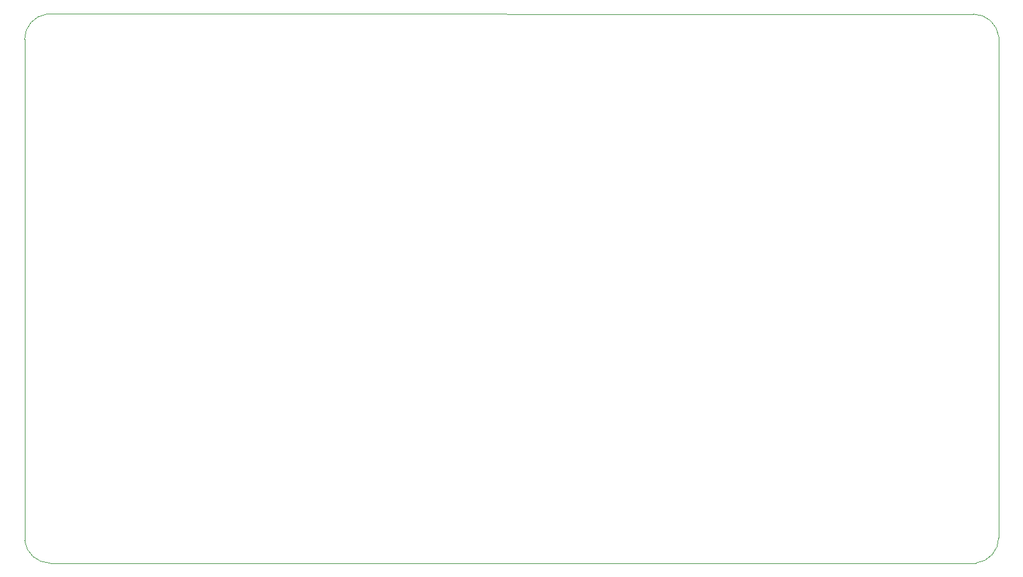
<source format=gbr>
%TF.GenerationSoftware,KiCad,Pcbnew,8.0.4*%
%TF.CreationDate,2024-11-06T13:18:38+05:30*%
%TF.ProjectId,PS_CARD,50535f43-4152-4442-9e6b-696361645f70,rev?*%
%TF.SameCoordinates,Original*%
%TF.FileFunction,Profile,NP*%
%FSLAX46Y46*%
G04 Gerber Fmt 4.6, Leading zero omitted, Abs format (unit mm)*
G04 Created by KiCad (PCBNEW 8.0.4) date 2024-11-06 13:18:38*
%MOMM*%
%LPD*%
G01*
G04 APERTURE LIST*
%TA.AperFunction,Profile*%
%ADD10C,0.050000*%
%TD*%
G04 APERTURE END LIST*
D10*
X57290000Y-69700000D02*
G75*
G02*
X60386898Y-66236767I3484900J0D01*
G01*
X60762981Y-141007141D02*
G75*
G02*
X57299731Y-137910244I19J3484941D01*
G01*
X186900000Y-141000000D02*
X60762981Y-141007141D01*
X189996895Y-137536736D02*
G75*
G02*
X186899992Y-140999929I-3484895J36D01*
G01*
X60386895Y-66236736D02*
X186546736Y-66253105D01*
X190010000Y-69350000D02*
X189996895Y-137536736D01*
X186546736Y-66253105D02*
G75*
G02*
X190009929Y-69350008I-36J-3484895D01*
G01*
X57299717Y-137910246D02*
X57290000Y-69700000D01*
M02*

</source>
